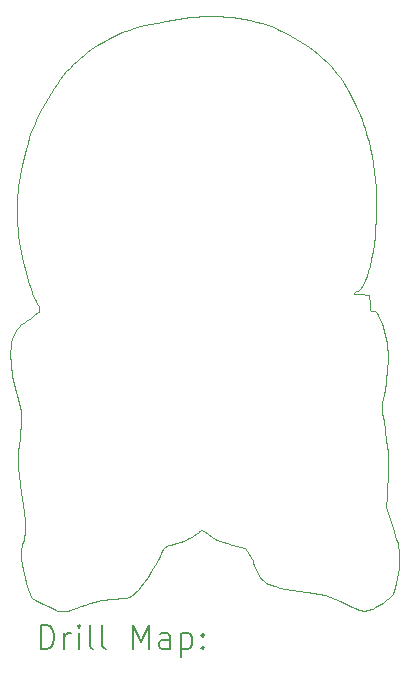
<source format=gbr>
%TF.GenerationSoftware,KiCad,Pcbnew,8.0.4*%
%TF.CreationDate,2024-07-21T19:03:18-05:00*%
%TF.ProjectId,keanu-homeboy,6b65616e-752d-4686-9f6d-65626f792e6b,rev?*%
%TF.SameCoordinates,Original*%
%TF.FileFunction,Drillmap*%
%TF.FilePolarity,Positive*%
%FSLAX45Y45*%
G04 Gerber Fmt 4.5, Leading zero omitted, Abs format (unit mm)*
G04 Created by KiCad (PCBNEW 8.0.4) date 2024-07-21 19:03:18*
%MOMM*%
%LPD*%
G01*
G04 APERTURE LIST*
%ADD10C,0.100000*%
%ADD11C,0.200000*%
G04 APERTURE END LIST*
D10*
X-1701413Y-2012726D02*
X-1712397Y-2009486D01*
X-1712399Y-2009486D02*
X-1725764Y-2004674D01*
X-1725764Y-2004674D02*
X-1758027Y-1991175D01*
X-1758027Y-1991175D02*
X-1794971Y-1973911D01*
X-1794971Y-1973911D02*
X-1833367Y-1954567D01*
X-1833367Y-1954567D02*
X-1869982Y-1934827D01*
X-1869982Y-1934827D02*
X-1901586Y-1916372D01*
X-1901586Y-1916372D02*
X-1924947Y-1900889D01*
X-1924947Y-1900889D02*
X-1932527Y-1894787D01*
X-1932527Y-1894787D02*
X-1936835Y-1890059D01*
X-1936835Y-1890059D02*
X-1941769Y-1880603D01*
X-1941769Y-1880603D02*
X-1947441Y-1866764D01*
X-1947441Y-1866764D02*
X-1960416Y-1828297D01*
X-1960416Y-1828297D02*
X-1974593Y-1779371D01*
X-1974593Y-1779371D02*
X-1988807Y-1724701D01*
X-1988807Y-1724701D02*
X-2001892Y-1669000D01*
X-2001892Y-1669000D02*
X-2012683Y-1616983D01*
X-2012683Y-1616983D02*
X-2020012Y-1573364D01*
X-2020012Y-1573364D02*
X-2022014Y-1556177D01*
X-2022014Y-1556177D02*
X-2022714Y-1542857D01*
X-2022714Y-1542857D02*
X-2021488Y-1518352D01*
X-2021488Y-1518352D02*
X-2018151Y-1491786D01*
X-2018151Y-1491786D02*
X-2013211Y-1466361D01*
X-2013211Y-1466361D02*
X-2007179Y-1445278D01*
X-2007179Y-1445278D02*
X-2001871Y-1429437D01*
X-2001871Y-1429437D02*
X-1997327Y-1413407D01*
X-1997327Y-1413407D02*
X-1993554Y-1396916D01*
X-1993554Y-1396916D02*
X-1990558Y-1379691D01*
X-1990558Y-1379691D02*
X-1988347Y-1361460D01*
X-1988347Y-1361460D02*
X-1986926Y-1341950D01*
X-1986926Y-1341950D02*
X-1986306Y-1320887D01*
X-1986306Y-1320887D02*
X-1986486Y-1298000D01*
X-1986486Y-1298000D02*
X-1989288Y-1245659D01*
X-1989288Y-1245659D02*
X-1995387Y-1182744D01*
X-1995387Y-1182744D02*
X-2004836Y-1107073D01*
X-2004836Y-1107073D02*
X-2017689Y-1016463D01*
X-2017689Y-1016463D02*
X-2030325Y-929130D01*
X-2030325Y-929130D02*
X-2039573Y-859017D01*
X-2039573Y-859017D02*
X-2045563Y-801605D01*
X-2045563Y-801605D02*
X-2048426Y-752375D01*
X-2048426Y-752375D02*
X-2048296Y-706806D01*
X-2048296Y-706806D02*
X-2045294Y-660380D01*
X-2045294Y-660380D02*
X-2039554Y-608576D01*
X-2039554Y-608576D02*
X-2031207Y-546875D01*
X-2031207Y-546875D02*
X-2025054Y-496753D01*
X-2025054Y-496753D02*
X-2021059Y-449088D01*
X-2021059Y-449088D02*
X-2019220Y-403985D01*
X-2019220Y-403985D02*
X-2019530Y-361551D01*
X-2019530Y-361551D02*
X-2021990Y-321892D01*
X-2021990Y-321892D02*
X-2026594Y-285116D01*
X-2026594Y-285116D02*
X-2033338Y-251327D01*
X-2033338Y-251327D02*
X-2042220Y-220634D01*
X-2042220Y-220634D02*
X-2052570Y-188820D01*
X-2052570Y-188820D02*
X-2062145Y-156296D01*
X-2062145Y-156296D02*
X-2070920Y-123259D01*
X-2070920Y-123259D02*
X-2078872Y-89909D01*
X-2078872Y-89909D02*
X-2085976Y-56446D01*
X-2085976Y-56446D02*
X-2092208Y-23067D01*
X-2092208Y-23067D02*
X-2097543Y10027D01*
X-2097543Y10027D02*
X-2101958Y42639D01*
X-2101958Y42639D02*
X-2105428Y74568D01*
X-2105428Y74568D02*
X-2107928Y105616D01*
X-2107928Y105616D02*
X-2109435Y135585D01*
X-2109435Y135585D02*
X-2109925Y164274D01*
X-2109925Y164274D02*
X-2109375Y191485D01*
X-2109375Y191485D02*
X-2107755Y217020D01*
X-2107755Y217020D02*
X-2105044Y240678D01*
X-2105044Y240678D02*
X-2101218Y262262D01*
X-2101218Y262262D02*
X-2094473Y286603D01*
X-2094473Y286603D02*
X-2084715Y312364D01*
X-2084715Y312364D02*
X-2072746Y338184D01*
X-2072746Y338184D02*
X-2059372Y362700D01*
X-2059372Y362700D02*
X-2045394Y384551D01*
X-2045394Y384551D02*
X-2031616Y402375D01*
X-2031616Y402375D02*
X-2025053Y409351D01*
X-2025053Y409351D02*
X-2018842Y414810D01*
X-2018842Y414810D02*
X-2013083Y418581D01*
X-2013083Y418581D02*
X-2007876Y420494D01*
X-2007876Y420494D02*
X-2003080Y422006D01*
X-2003080Y422006D02*
X-1997004Y424888D01*
X-1997004Y424888D02*
X-1982004Y434090D01*
X-1982004Y434090D02*
X-1964855Y446753D01*
X-1964855Y446753D02*
X-1947536Y461529D01*
X-1947536Y461529D02*
X-1930103Y476906D01*
X-1930103Y476906D02*
X-1912643Y491203D01*
X-1912643Y491203D02*
X-1897182Y502824D01*
X-1897182Y502824D02*
X-1885748Y510172D01*
X-1885748Y510172D02*
X-1877665Y515538D01*
X-1877665Y515538D02*
X-1871586Y521862D01*
X-1871586Y521862D02*
X-1867522Y529064D01*
X-1867522Y529064D02*
X-1865481Y537065D01*
X-1865481Y537065D02*
X-1865475Y545785D01*
X-1865475Y545785D02*
X-1867512Y555145D01*
X-1867512Y555145D02*
X-1871602Y565065D01*
X-1871602Y565065D02*
X-1877755Y575465D01*
X-1877755Y575465D02*
X-1886261Y589592D01*
X-1886261Y589592D02*
X-1895341Y607594D01*
X-1895341Y607594D02*
X-1904914Y629196D01*
X-1904914Y629196D02*
X-1914897Y654120D01*
X-1914897Y654120D02*
X-1935767Y712829D01*
X-1935767Y712829D02*
X-1957294Y781510D01*
X-1957294Y781510D02*
X-1978822Y857951D01*
X-1978822Y857951D02*
X-1999695Y939940D01*
X-1999695Y939940D02*
X-2019257Y1025265D01*
X-2019257Y1025265D02*
X-2036851Y1111714D01*
X-2036851Y1111714D02*
X-2040027Y1131648D01*
X-2040027Y1131648D02*
X-2042864Y1155838D01*
X-2042864Y1155838D02*
X-2047491Y1214444D01*
X-2047491Y1214444D02*
X-2050670Y1282443D01*
X-2050670Y1282443D02*
X-2052339Y1354749D01*
X-2052339Y1354749D02*
X-2052434Y1426275D01*
X-2052434Y1426275D02*
X-2050894Y1491931D01*
X-2050894Y1491931D02*
X-2047656Y1546632D01*
X-2047656Y1546632D02*
X-2045381Y1568285D01*
X-2045381Y1568285D02*
X-2042658Y1585290D01*
X-2042658Y1585290D02*
X-2007189Y1761521D01*
X-2007189Y1761521D02*
X-1992498Y1832131D01*
X-1992498Y1832131D02*
X-1978305Y1893877D01*
X-1978305Y1893877D02*
X-1963889Y1948960D01*
X-1963889Y1948960D02*
X-1948530Y1999581D01*
X-1948530Y1999581D02*
X-1931508Y2047940D01*
X-1931508Y2047940D02*
X-1912104Y2096237D01*
X-1912104Y2096237D02*
X-1889598Y2146675D01*
X-1889598Y2146675D02*
X-1863269Y2201452D01*
X-1863269Y2201452D02*
X-1840462Y2246261D01*
X-1840462Y2246261D02*
X-1816941Y2289766D01*
X-1816941Y2289766D02*
X-1792732Y2331934D01*
X-1792732Y2331934D02*
X-1767864Y2372730D01*
X-1767864Y2372730D02*
X-1742363Y2412121D01*
X-1742363Y2412121D02*
X-1716256Y2450072D01*
X-1716256Y2450072D02*
X-1689571Y2486551D01*
X-1689571Y2486551D02*
X-1662335Y2521523D01*
X-1662335Y2521523D02*
X-1634575Y2554954D01*
X-1634575Y2554954D02*
X-1606318Y2586811D01*
X-1606318Y2586811D02*
X-1577591Y2617059D01*
X-1577591Y2617059D02*
X-1548422Y2645666D01*
X-1548422Y2645666D02*
X-1518837Y2672596D01*
X-1518837Y2672596D02*
X-1488865Y2697817D01*
X-1488865Y2697817D02*
X-1458531Y2721295D01*
X-1458531Y2721295D02*
X-1427864Y2742995D01*
X-1427864Y2742995D02*
X-1377804Y2775154D01*
X-1377804Y2775154D02*
X-1324955Y2806109D01*
X-1324955Y2806109D02*
X-1270469Y2835324D01*
X-1270469Y2835324D02*
X-1215499Y2862259D01*
X-1215499Y2862259D02*
X-1161194Y2886377D01*
X-1161194Y2886377D02*
X-1108706Y2907140D01*
X-1108706Y2907140D02*
X-1059187Y2924010D01*
X-1059187Y2924010D02*
X-1035901Y2930817D01*
X-1035901Y2930817D02*
X-1013788Y2936450D01*
X-1013788Y2936450D02*
X-927803Y2955482D01*
X-927803Y2955482D02*
X-866056Y2967335D01*
X-866056Y2967335D02*
X-795686Y2979134D01*
X-795686Y2979134D02*
X-688969Y2998036D01*
X-688969Y2998036D02*
X-638410Y3006321D01*
X-638410Y3006321D02*
X-587782Y3012921D01*
X-587782Y3012921D02*
X-537101Y3017837D01*
X-537101Y3017837D02*
X-486381Y3021070D01*
X-486381Y3021070D02*
X-435636Y3022621D01*
X-435636Y3022621D02*
X-384882Y3022491D01*
X-384882Y3022491D02*
X-334132Y3020682D01*
X-334132Y3020682D02*
X-283402Y3017195D01*
X-283402Y3017195D02*
X-232705Y3012031D01*
X-232705Y3012031D02*
X-182058Y3005192D01*
X-182058Y3005192D02*
X-131473Y2996678D01*
X-131473Y2996678D02*
X-80967Y2986491D01*
X-80967Y2986491D02*
X-30552Y2974632D01*
X-30552Y2974632D02*
X19755Y2961103D01*
X19755Y2961103D02*
X69941Y2945905D01*
X69941Y2945905D02*
X119990Y2929038D01*
X119990Y2929038D02*
X147715Y2917608D01*
X147715Y2917608D02*
X183500Y2900468D01*
X183500Y2900468D02*
X224685Y2879114D01*
X224685Y2879114D02*
X268606Y2855041D01*
X268606Y2855041D02*
X312603Y2829743D01*
X312603Y2829743D02*
X354012Y2804715D01*
X354012Y2804715D02*
X390173Y2781453D01*
X390173Y2781453D02*
X418424Y2761450D01*
X418424Y2761450D02*
X455437Y2732107D01*
X455437Y2732107D02*
X493202Y2700173D01*
X493202Y2700173D02*
X530707Y2666627D01*
X530707Y2666627D02*
X566941Y2632448D01*
X566941Y2632448D02*
X600894Y2598616D01*
X600894Y2598616D02*
X631555Y2566110D01*
X631555Y2566110D02*
X657914Y2535909D01*
X657914Y2535909D02*
X678960Y2508993D01*
X678960Y2508993D02*
X696695Y2483483D01*
X696695Y2483483D02*
X714538Y2455873D01*
X714538Y2455873D02*
X732394Y2426374D01*
X732394Y2426374D02*
X750167Y2395198D01*
X750167Y2395198D02*
X767765Y2362555D01*
X767765Y2362555D02*
X785091Y2328656D01*
X785091Y2328656D02*
X802051Y2293711D01*
X802051Y2293711D02*
X818550Y2257933D01*
X818550Y2257933D02*
X849786Y2184715D01*
X849786Y2184715D02*
X864334Y2147698D01*
X864334Y2147698D02*
X878042Y2110691D01*
X878042Y2110691D02*
X890815Y2073903D01*
X890815Y2073903D02*
X902559Y2037545D01*
X902559Y2037545D02*
X913179Y2001830D01*
X913179Y2001830D02*
X922580Y1966966D01*
X922580Y1966966D02*
X937114Y1905312D01*
X937114Y1905312D02*
X949808Y1841788D01*
X949808Y1841788D02*
X960658Y1776666D01*
X960658Y1776666D02*
X969663Y1710214D01*
X969663Y1710214D02*
X976820Y1642704D01*
X976820Y1642704D02*
X982126Y1574405D01*
X982126Y1574405D02*
X985579Y1505587D01*
X985579Y1505587D02*
X987175Y1436522D01*
X987175Y1436522D02*
X986915Y1367479D01*
X986915Y1367479D02*
X984791Y1298728D01*
X984791Y1298728D02*
X980804Y1230540D01*
X980804Y1230540D02*
X974950Y1163185D01*
X974950Y1163185D02*
X967227Y1096932D01*
X967227Y1096932D02*
X957632Y1032053D01*
X957632Y1032053D02*
X946163Y968817D01*
X946163Y968817D02*
X932817Y907495D01*
X932817Y907495D02*
X921662Y865268D01*
X921662Y865268D02*
X909065Y826012D01*
X909065Y826012D02*
X895443Y790547D01*
X895443Y790547D02*
X881213Y759693D01*
X881213Y759693D02*
X866793Y734268D01*
X866793Y734268D02*
X859642Y723848D01*
X859642Y723848D02*
X852600Y715093D01*
X852600Y715093D02*
X845719Y708105D01*
X845719Y708105D02*
X839051Y702987D01*
X839051Y702987D02*
X832648Y699841D01*
X832648Y699841D02*
X826563Y698770D01*
X826563Y698770D02*
X821910Y697637D01*
X821910Y697637D02*
X816309Y694552D01*
X816309Y694552D02*
X810465Y689987D01*
X810465Y689987D02*
X805083Y684412D01*
X805083Y684412D02*
X802179Y680247D01*
X802179Y680247D02*
X801359Y676883D01*
X801359Y676883D02*
X802983Y674206D01*
X802983Y674206D02*
X807424Y672101D01*
X807424Y672101D02*
X815050Y670454D01*
X815050Y670454D02*
X826229Y669150D01*
X826229Y669150D02*
X860721Y667112D01*
X860721Y667112D02*
X928272Y664170D01*
X928272Y664170D02*
X931147Y593944D01*
X931147Y593944D02*
X933241Y554293D01*
X933241Y554293D02*
X934715Y542032D01*
X934715Y542032D02*
X936854Y533876D01*
X936854Y533876D02*
X939941Y529123D01*
X939941Y529123D02*
X944262Y527070D01*
X944262Y527070D02*
X950100Y527014D01*
X950100Y527014D02*
X957740Y528252D01*
X957740Y528252D02*
X965116Y529112D01*
X965116Y529112D02*
X971615Y528202D01*
X971615Y528202D02*
X977752Y524896D01*
X977752Y524896D02*
X984041Y518557D01*
X984041Y518557D02*
X990995Y508551D01*
X990995Y508551D02*
X999128Y494244D01*
X999128Y494244D02*
X1020988Y450189D01*
X1020988Y450189D02*
X1034006Y420768D01*
X1034006Y420768D02*
X1045537Y390010D01*
X1045537Y390010D02*
X1055582Y357910D01*
X1055582Y357910D02*
X1064140Y324460D01*
X1064140Y324460D02*
X1071212Y289653D01*
X1071212Y289653D02*
X1076799Y253482D01*
X1076799Y253482D02*
X1080900Y215939D01*
X1080900Y215939D02*
X1083517Y177019D01*
X1083517Y177019D02*
X1084649Y136714D01*
X1084649Y136714D02*
X1084299Y95016D01*
X1084299Y95016D02*
X1082463Y51919D01*
X1082463Y51919D02*
X1079143Y7416D01*
X1079143Y7416D02*
X1074340Y-38500D01*
X1074340Y-38500D02*
X1068054Y-85837D01*
X1068054Y-85837D02*
X1060285Y-134602D01*
X1060285Y-134602D02*
X1051034Y-184800D01*
X1051034Y-184800D02*
X1040364Y-242965D01*
X1040364Y-242965D02*
X1037701Y-265081D01*
X1037701Y-265081D02*
X1036821Y-285928D01*
X1036821Y-285928D02*
X1037731Y-308036D01*
X1037731Y-308036D02*
X1040424Y-333936D01*
X1040424Y-333936D02*
X1051175Y-407237D01*
X1051175Y-407237D02*
X1074530Y-563133D01*
X1074530Y-563133D02*
X1081854Y-618974D01*
X1081854Y-618974D02*
X1086693Y-664818D01*
X1086693Y-664818D02*
X1089361Y-704221D01*
X1089361Y-704221D02*
X1090171Y-740740D01*
X1090171Y-740740D02*
X1089431Y-777931D01*
X1089431Y-777931D02*
X1087463Y-819350D01*
X1087463Y-819350D02*
X1075447Y-1036231D01*
X1075447Y-1036231D02*
X1069975Y-1135092D01*
X1069975Y-1135092D02*
X1127306Y-1308098D01*
X1127306Y-1308098D02*
X1158848Y-1405559D01*
X1158848Y-1405559D02*
X1168930Y-1440126D01*
X1168930Y-1440126D02*
X1175927Y-1468543D01*
X1175927Y-1468543D02*
X1180371Y-1493277D01*
X1180371Y-1493277D02*
X1182793Y-1516799D01*
X1182793Y-1516799D02*
X1183723Y-1541577D01*
X1183723Y-1541577D02*
X1183695Y-1570079D01*
X1183695Y-1570079D02*
X1182066Y-1608190D01*
X1182066Y-1608190D02*
X1178169Y-1649821D01*
X1178169Y-1649821D02*
X1172354Y-1693123D01*
X1172354Y-1693123D02*
X1164971Y-1736249D01*
X1164971Y-1736249D02*
X1156372Y-1777353D01*
X1156372Y-1777353D02*
X1146906Y-1814588D01*
X1146906Y-1814588D02*
X1136924Y-1846105D01*
X1136924Y-1846105D02*
X1131849Y-1859143D01*
X1131849Y-1859143D02*
X1126777Y-1870059D01*
X1126777Y-1870059D02*
X1121995Y-1877750D01*
X1121995Y-1877750D02*
X1115281Y-1886184D01*
X1115281Y-1886184D02*
X1106805Y-1895210D01*
X1106805Y-1895210D02*
X1096739Y-1904674D01*
X1096739Y-1904674D02*
X1072518Y-1924309D01*
X1072518Y-1924309D02*
X1043989Y-1943867D01*
X1043989Y-1943867D02*
X997784Y-1972134D01*
X997784Y-1972134D02*
X977739Y-1983311D01*
X977739Y-1983311D02*
X959268Y-1992535D01*
X959268Y-1992535D02*
X942025Y-1999820D01*
X942025Y-1999820D02*
X925662Y-2005178D01*
X925662Y-2005178D02*
X909830Y-2008623D01*
X909830Y-2008623D02*
X894183Y-2010168D01*
X894183Y-2010168D02*
X878373Y-2009828D01*
X878373Y-2009828D02*
X862052Y-2007614D01*
X862052Y-2007614D02*
X844873Y-2003540D01*
X844873Y-2003540D02*
X826488Y-1997619D01*
X826488Y-1997619D02*
X806549Y-1989865D01*
X806549Y-1989865D02*
X784710Y-1980291D01*
X784710Y-1980291D02*
X733937Y-1955737D01*
X733937Y-1955737D02*
X683707Y-1931355D01*
X683707Y-1931355D02*
X638255Y-1911240D01*
X638255Y-1911240D02*
X595200Y-1894720D01*
X595200Y-1894720D02*
X552161Y-1881124D01*
X552161Y-1881124D02*
X506754Y-1869780D01*
X506754Y-1869780D02*
X456599Y-1860016D01*
X456599Y-1860016D02*
X399312Y-1851160D01*
X399312Y-1851160D02*
X332513Y-1842541D01*
X332513Y-1842541D02*
X270962Y-1834406D01*
X270962Y-1834406D02*
X217041Y-1825712D01*
X217041Y-1825712D02*
X170276Y-1816322D01*
X170276Y-1816322D02*
X130195Y-1806098D01*
X130195Y-1806098D02*
X96325Y-1794904D01*
X96325Y-1794904D02*
X81572Y-1788901D01*
X81572Y-1788901D02*
X68193Y-1782604D01*
X68193Y-1782604D02*
X56131Y-1775995D01*
X56131Y-1775995D02*
X45326Y-1769058D01*
X45326Y-1769058D02*
X35719Y-1761776D01*
X35719Y-1761776D02*
X27251Y-1754132D01*
X27251Y-1754132D02*
X15968Y-1740698D01*
X15968Y-1740698D02*
X2977Y-1721639D01*
X2977Y-1721639D02*
X-10731Y-1698853D01*
X-10731Y-1698853D02*
X-24168Y-1674241D01*
X-24168Y-1674241D02*
X-36342Y-1649702D01*
X-36342Y-1649702D02*
X-46265Y-1627136D01*
X-46265Y-1627136D02*
X-52947Y-1608441D01*
X-52947Y-1608441D02*
X-54763Y-1601139D01*
X-54763Y-1601139D02*
X-55393Y-1595518D01*
X-55393Y-1595518D02*
X-56113Y-1591637D01*
X-56113Y-1591637D02*
X-58182Y-1585991D01*
X-58182Y-1585991D02*
X-65780Y-1570478D01*
X-65780Y-1570478D02*
X-77023Y-1551127D01*
X-77023Y-1551127D02*
X-90750Y-1530084D01*
X-90750Y-1530084D02*
X-126101Y-1478754D01*
X-126101Y-1478754D02*
X-231626Y-1451476D01*
X-231626Y-1451476D02*
X-271552Y-1440746D01*
X-271552Y-1440746D02*
X-305978Y-1430565D01*
X-305978Y-1430565D02*
X-335391Y-1420726D01*
X-335391Y-1420726D02*
X-360281Y-1411020D01*
X-360281Y-1411020D02*
X-381136Y-1401239D01*
X-381136Y-1401239D02*
X-398443Y-1391176D01*
X-398443Y-1391176D02*
X-412692Y-1380623D01*
X-412692Y-1380623D02*
X-424369Y-1369371D01*
X-424369Y-1369371D02*
X-433645Y-1360691D01*
X-433645Y-1360691D02*
X-445583Y-1351785D01*
X-445583Y-1351785D02*
X-458645Y-1343698D01*
X-458645Y-1343698D02*
X-471290Y-1337477D01*
X-471290Y-1337477D02*
X-480418Y-1333945D01*
X-480418Y-1333945D02*
X-488106Y-1331815D01*
X-488106Y-1331815D02*
X-494970Y-1331295D01*
X-494970Y-1331295D02*
X-501625Y-1332592D01*
X-501625Y-1332592D02*
X-508688Y-1335913D01*
X-508688Y-1335913D02*
X-516775Y-1341466D01*
X-516775Y-1341466D02*
X-538485Y-1360095D01*
X-538485Y-1360095D02*
X-554377Y-1373020D01*
X-554377Y-1373020D02*
X-572776Y-1385361D01*
X-572776Y-1385361D02*
X-593624Y-1397092D01*
X-593624Y-1397092D02*
X-616863Y-1408190D01*
X-616863Y-1408190D02*
X-642438Y-1418628D01*
X-642438Y-1418628D02*
X-670289Y-1428381D01*
X-670289Y-1428381D02*
X-700361Y-1437424D01*
X-700361Y-1437424D02*
X-732595Y-1445732D01*
X-732595Y-1445732D02*
X-753980Y-1451262D01*
X-753980Y-1451262D02*
X-771549Y-1456967D01*
X-771549Y-1456967D02*
X-785910Y-1463314D01*
X-785910Y-1463314D02*
X-797673Y-1470769D01*
X-797673Y-1470769D02*
X-807447Y-1479798D01*
X-807447Y-1479798D02*
X-815842Y-1490868D01*
X-815842Y-1490868D02*
X-823467Y-1504445D01*
X-823467Y-1504445D02*
X-830931Y-1520995D01*
X-830931Y-1520995D02*
X-842798Y-1545358D01*
X-842798Y-1545358D02*
X-863026Y-1582712D01*
X-863026Y-1582712D02*
X-888783Y-1627972D01*
X-888783Y-1627972D02*
X-917236Y-1676047D01*
X-917236Y-1676047D02*
X-948691Y-1725800D01*
X-948691Y-1725800D02*
X-979591Y-1770100D01*
X-979591Y-1770100D02*
X-1009604Y-1808601D01*
X-1009604Y-1808601D02*
X-1024174Y-1825569D01*
X-1024174Y-1825569D02*
X-1038397Y-1840957D01*
X-1038397Y-1840957D02*
X-1052232Y-1854723D01*
X-1052232Y-1854723D02*
X-1065638Y-1866823D01*
X-1065638Y-1866823D02*
X-1078572Y-1877215D01*
X-1078572Y-1877215D02*
X-1090994Y-1885854D01*
X-1090994Y-1885854D02*
X-1102861Y-1892697D01*
X-1102861Y-1892697D02*
X-1114131Y-1897702D01*
X-1114131Y-1897702D02*
X-1124765Y-1900825D01*
X-1124765Y-1900825D02*
X-1134719Y-1902023D01*
X-1134719Y-1902023D02*
X-1162285Y-1903390D01*
X-1162285Y-1903390D02*
X-1182411Y-1905652D01*
X-1182411Y-1905652D02*
X-1216103Y-1909833D01*
X-1216103Y-1909833D02*
X-1276283Y-1915852D01*
X-1276283Y-1915852D02*
X-1307540Y-1919418D01*
X-1307540Y-1919418D02*
X-1338811Y-1924381D01*
X-1338811Y-1924381D02*
X-1370616Y-1930881D01*
X-1370616Y-1930881D02*
X-1403476Y-1939059D01*
X-1403476Y-1939059D02*
X-1437911Y-1949056D01*
X-1437911Y-1949056D02*
X-1474441Y-1961012D01*
X-1474441Y-1961012D02*
X-1513586Y-1975068D01*
X-1513586Y-1975068D02*
X-1555868Y-1991365D01*
X-1555868Y-1991365D02*
X-1580061Y-2000551D01*
X-1580061Y-2000551D02*
X-1601464Y-2007717D01*
X-1601464Y-2007717D02*
X-1620614Y-2012943D01*
X-1620614Y-2012943D02*
X-1638051Y-2016307D01*
X-1638051Y-2016307D02*
X-1654313Y-2017888D01*
X-1654313Y-2017888D02*
X-1669937Y-2017768D01*
X-1669937Y-2017768D02*
X-1685463Y-2016021D01*
X-1685463Y-2016021D02*
X-1701413Y-2012726D01*
D11*
X-1854148Y-2334372D02*
X-1854148Y-2134372D01*
X-1854148Y-2134372D02*
X-1806529Y-2134372D01*
X-1806529Y-2134372D02*
X-1777957Y-2143896D01*
X-1777957Y-2143896D02*
X-1758910Y-2162943D01*
X-1758910Y-2162943D02*
X-1749386Y-2181991D01*
X-1749386Y-2181991D02*
X-1739862Y-2220086D01*
X-1739862Y-2220086D02*
X-1739862Y-2248658D01*
X-1739862Y-2248658D02*
X-1749386Y-2286753D01*
X-1749386Y-2286753D02*
X-1758910Y-2305800D01*
X-1758910Y-2305800D02*
X-1777957Y-2324848D01*
X-1777957Y-2324848D02*
X-1806529Y-2334372D01*
X-1806529Y-2334372D02*
X-1854148Y-2334372D01*
X-1654148Y-2334372D02*
X-1654148Y-2201039D01*
X-1654148Y-2239134D02*
X-1644624Y-2220086D01*
X-1644624Y-2220086D02*
X-1635100Y-2210562D01*
X-1635100Y-2210562D02*
X-1616053Y-2201039D01*
X-1616053Y-2201039D02*
X-1597005Y-2201039D01*
X-1530338Y-2334372D02*
X-1530338Y-2201039D01*
X-1530338Y-2134372D02*
X-1539862Y-2143896D01*
X-1539862Y-2143896D02*
X-1530338Y-2153420D01*
X-1530338Y-2153420D02*
X-1520814Y-2143896D01*
X-1520814Y-2143896D02*
X-1530338Y-2134372D01*
X-1530338Y-2134372D02*
X-1530338Y-2153420D01*
X-1406529Y-2334372D02*
X-1425576Y-2324848D01*
X-1425576Y-2324848D02*
X-1435100Y-2305800D01*
X-1435100Y-2305800D02*
X-1435100Y-2134372D01*
X-1301767Y-2334372D02*
X-1320815Y-2324848D01*
X-1320815Y-2324848D02*
X-1330338Y-2305800D01*
X-1330338Y-2305800D02*
X-1330338Y-2134372D01*
X-1073195Y-2334372D02*
X-1073195Y-2134372D01*
X-1073195Y-2134372D02*
X-1006529Y-2277229D01*
X-1006529Y-2277229D02*
X-939862Y-2134372D01*
X-939862Y-2134372D02*
X-939862Y-2334372D01*
X-758910Y-2334372D02*
X-758910Y-2229610D01*
X-758910Y-2229610D02*
X-768433Y-2210562D01*
X-768433Y-2210562D02*
X-787481Y-2201039D01*
X-787481Y-2201039D02*
X-825576Y-2201039D01*
X-825576Y-2201039D02*
X-844624Y-2210562D01*
X-758910Y-2324848D02*
X-777957Y-2334372D01*
X-777957Y-2334372D02*
X-825576Y-2334372D01*
X-825576Y-2334372D02*
X-844624Y-2324848D01*
X-844624Y-2324848D02*
X-854148Y-2305800D01*
X-854148Y-2305800D02*
X-854148Y-2286753D01*
X-854148Y-2286753D02*
X-844624Y-2267705D01*
X-844624Y-2267705D02*
X-825576Y-2258181D01*
X-825576Y-2258181D02*
X-777957Y-2258181D01*
X-777957Y-2258181D02*
X-758910Y-2248658D01*
X-663672Y-2201039D02*
X-663672Y-2401039D01*
X-663672Y-2210562D02*
X-644624Y-2201039D01*
X-644624Y-2201039D02*
X-606529Y-2201039D01*
X-606529Y-2201039D02*
X-587481Y-2210562D01*
X-587481Y-2210562D02*
X-577957Y-2220086D01*
X-577957Y-2220086D02*
X-568434Y-2239134D01*
X-568434Y-2239134D02*
X-568434Y-2296277D01*
X-568434Y-2296277D02*
X-577957Y-2315324D01*
X-577957Y-2315324D02*
X-587481Y-2324848D01*
X-587481Y-2324848D02*
X-606529Y-2334372D01*
X-606529Y-2334372D02*
X-644624Y-2334372D01*
X-644624Y-2334372D02*
X-663672Y-2324848D01*
X-482719Y-2315324D02*
X-473195Y-2324848D01*
X-473195Y-2324848D02*
X-482719Y-2334372D01*
X-482719Y-2334372D02*
X-492243Y-2324848D01*
X-492243Y-2324848D02*
X-482719Y-2315324D01*
X-482719Y-2315324D02*
X-482719Y-2334372D01*
X-482719Y-2210562D02*
X-473195Y-2220086D01*
X-473195Y-2220086D02*
X-482719Y-2229610D01*
X-482719Y-2229610D02*
X-492243Y-2220086D01*
X-492243Y-2220086D02*
X-482719Y-2210562D01*
X-482719Y-2210562D02*
X-482719Y-2229610D01*
M02*

</source>
